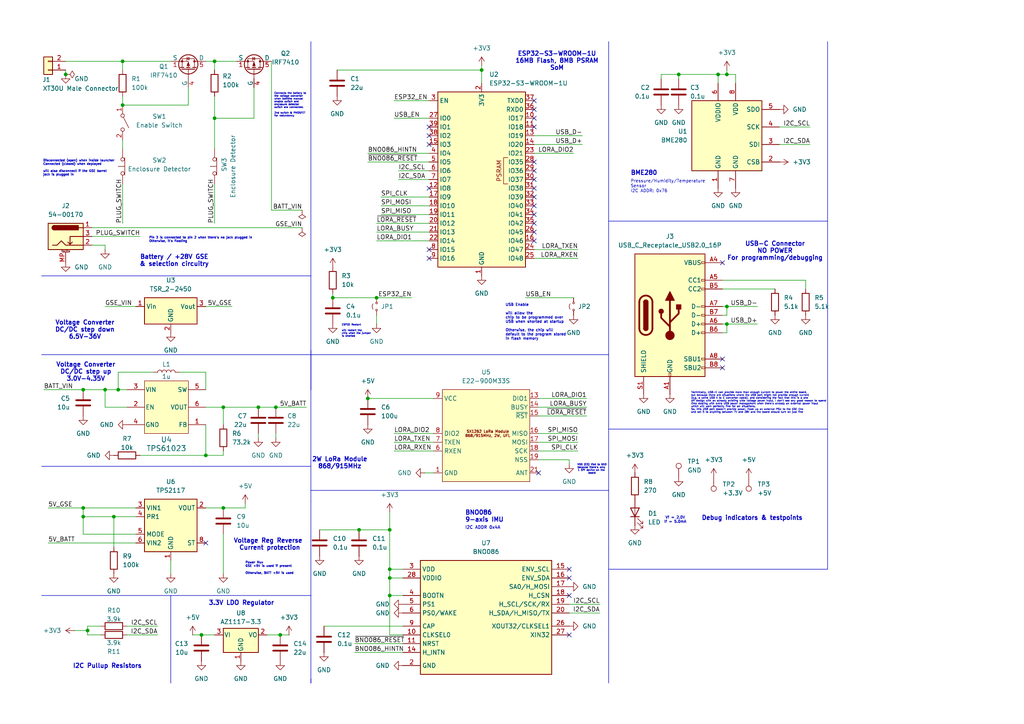
<source format=kicad_sch>
(kicad_sch (version 20231120) (generator "eeschema") (generator_version "8.0")
  (paper "A4")
  (title_block (date "2024-10-28") (rev "V1"))
  (junction (at 19.05 21.59))
  (junction (at 113.03 172.72))
  (junction (at 81.28 184.15))
  (junction (at 30.48 113.03))
  (junction (at 64.77 118.11))
  (junction (at 34.29 113.03))
  (junction (at 59.69 132.08))
  (junction (at 74.93 118.11))
  (junction (at 58.42 184.15))
  (junction (at 24.13 113.03))
  (junction (at 24.13 147.32))
  (junction (at 113.03 153.67))
  (junction (at 96.52 86.36))
  (junction (at 196.85 21.59))
  (junction (at 24.13 149.86))
  (junction (at 210.82 21.59))
  (junction (at 35.56 17.78))
  (junction (at 210.82 88.9))
  (junction (at 62.23 34.29))
  (junction (at 64.77 147.32))
  (junction (at 113.03 167.64))
  (junction (at 106.68 115.57))
  (junction (at 35.56 30.48))
  (junction (at 109.22 86.36))
  (junction (at 113.03 165.1))
  (junction (at 139.7 20.32))
  (junction (at 104.14 153.67))
  (junction (at 25.4 182.88))
  (junction (at 62.23 17.78))
  (junction (at 80.01 118.11))
  (junction (at 33.02 149.86))
  (junction (at 210.82 93.98))
  (junction (at 208.28 21.59))
  (no_connect (at 154.94 52.07))
  (no_connect (at 124.46 54.61))
  (no_connect (at 154.94 57.15))
  (no_connect (at 156.21 137.16))
  (no_connect (at 209.55 106.68))
  (no_connect (at 124.46 74.93))
  (no_connect (at 154.94 31.75))
  (no_connect (at 154.94 54.61))
  (no_connect (at 124.46 41.91))
  (no_connect (at 154.94 67.31))
  (no_connect (at 154.94 29.21))
  (no_connect (at 124.46 36.83))
  (no_connect (at 154.94 59.69))
  (no_connect (at 154.94 69.85))
  (no_connect (at 154.94 36.83))
  (no_connect (at 154.94 46.99))
  (no_connect (at 154.94 49.53))
  (no_connect (at 154.94 64.77))
  (no_connect (at 165.1 172.72))
  (no_connect (at 124.46 72.39))
  (no_connect (at 154.94 62.23))
  (no_connect (at 154.94 34.29))
  (no_connect (at 165.1 165.1))
  (no_connect (at 59.69 157.48))
  (no_connect (at 209.55 104.14))
  (no_connect (at 209.55 76.2))
  (no_connect (at 124.46 39.37))
  (no_connect (at 165.1 167.64))
  (no_connect (at 165.1 184.15))
  (wire (pts (xy 213.36 24.13) (xy 213.36 21.59)))
  (wire (pts (xy 34.29 113.03) (xy 36.83 113.03)))
  (wire (pts (xy 71.12 147.32) (xy 71.12 146.05)))
  (wire (pts (xy 24.13 113.03) (xy 30.48 113.03)))
  (wire (pts (xy 87.63 60.96) (xy 78.74 60.96)))
  (wire (pts (xy 139.7 19.05) (xy 139.7 20.32)))
  (wire (pts (xy 78.74 17.78) (xy 78.74 60.96)))
  (wire (pts (xy 59.69 118.11) (xy 64.77 118.11)))
  (wire (pts (xy 36.83 184.15) (xy 45.72 184.15)))
  (wire (pts (xy 26.67 66.04) (xy 87.63 66.04)))
  (wire (pts (xy 93.98 181.61) (xy 116.84 181.61)))
  (wire (pts (xy 73.66 25.4) (xy 73.66 34.29)))
  (wire (pts (xy 24.13 149.86) (xy 24.13 147.32)))
  (wire (pts (xy 196.85 22.86) (xy 196.85 21.59)))
  (wire (pts (xy 36.83 181.61) (xy 45.72 181.61)))
  (wire (pts (xy 64.77 166.37) (xy 64.77 154.94)))
  (wire (pts (xy 209.55 91.44) (xy 210.82 91.44)))
  (wire (pts (xy 110.49 59.69) (xy 124.46 59.69)))
  (wire (pts (xy 29.21 184.15) (xy 25.4 184.15)))
  (wire (pts (xy 156.21 115.57) (xy 170.18 115.57)))
  (wire (pts (xy 156.21 120.65) (xy 170.18 120.65)))
  (wire (pts (xy 35.56 17.78) (xy 35.56 20.32)))
  (wire (pts (xy 59.69 88.9) (xy 67.31 88.9)))
  (wire (pts (xy 208.28 21.59) (xy 208.28 24.13)))
  (wire (pts (xy 156.21 133.35) (xy 165.1 133.35)))
  (wire (pts (xy 102.87 186.69) (xy 116.84 186.69)))
  (wire (pts (xy 104.14 153.67) (xy 113.03 153.67)))
  (wire (pts (xy 92.71 153.67) (xy 104.14 153.67)))
  (wire (pts (xy 191.77 21.59) (xy 196.85 21.59)))
  (wire (pts (xy 109.22 69.85) (xy 124.46 69.85)))
  (wire (pts (xy 19.05 20.32) (xy 19.05 21.59)))
  (wire (pts (xy 62.23 43.18) (xy 62.23 34.29)))
  (wire (pts (xy 110.49 57.15) (xy 124.46 57.15)))
  (polyline (pts (xy 90.17 198.12) (xy 90.17 196.85)))
  (wire (pts (xy 154.94 72.39) (xy 167.64 72.39)))
  (wire (pts (xy 34.29 107.95) (xy 34.29 113.03)))
  (wire (pts (xy 209.55 96.52) (xy 210.82 96.52)))
  (wire (pts (xy 13.97 147.32) (xy 24.13 147.32)))
  (wire (pts (xy 210.82 88.9) (xy 219.71 88.9)))
  (wire (pts (xy 233.68 81.28) (xy 209.55 81.28)))
  (polyline (pts (xy 240.03 64.135) (xy 240.03 124.46)))
  (wire (pts (xy 35.56 30.48) (xy 54.61 30.48)))
  (wire (pts (xy 210.82 20.32) (xy 210.82 21.59)))
  (wire (pts (xy 13.97 157.48) (xy 39.37 157.48)))
  (wire (pts (xy 30.48 118.11) (xy 30.48 113.03)))
  (polyline (pts (xy 90.17 198.12) (xy 90.17 172.72)))
  (wire (pts (xy 114.3 128.27) (xy 125.73 128.27)))
  (wire (pts (xy 80.01 118.11) (xy 88.9 118.11)))
  (wire (pts (xy 30.48 88.9) (xy 39.37 88.9)))
  (wire (pts (xy 55.88 184.15) (xy 58.42 184.15)))
  (wire (pts (xy 209.55 83.82) (xy 224.79 83.82)))
  (wire (pts (xy 210.82 96.52) (xy 210.82 93.98)))
  (polyline (pts (xy 49.53 172.72) (xy 49.53 198.12)))
  (polyline (pts (xy 90.17 135.255) (xy 12.065 135.255)))
  (wire (pts (xy 24.13 149.86) (xy 33.02 149.86)))
  (wire (pts (xy 114.3 34.29) (xy 124.46 34.29)))
  (wire (pts (xy 54.61 25.4) (xy 54.61 30.48)))
  (wire (pts (xy 96.52 86.36) (xy 109.22 86.36)))
  (wire (pts (xy 165.1 175.26) (xy 173.99 175.26)))
  (polyline (pts (xy 176.53 64.135) (xy 240.03 64.135)))
  (wire (pts (xy 210.82 93.98) (xy 209.55 93.98)))
  (polyline (pts (xy 90.17 80.01) (xy 12.065 80.01)))
  (wire (pts (xy 64.77 123.19) (xy 64.77 118.11)))
  (wire (pts (xy 26.67 71.12) (xy 30.48 71.12)))
  (wire (pts (xy 106.68 115.57) (xy 125.73 115.57)))
  (wire (pts (xy 35.56 53.34) (xy 35.56 64.77)))
  (wire (pts (xy 97.79 20.32) (xy 139.7 20.32)))
  (polyline (pts (xy 12.065 102.87) (xy 90.17 102.87)))
  (wire (pts (xy 62.23 34.29) (xy 73.66 34.29)))
  (wire (pts (xy 77.47 184.15) (xy 81.28 184.15)))
  (wire (pts (xy 154.94 39.37) (xy 168.91 39.37)))
  (wire (pts (xy 30.48 113.03) (xy 34.29 113.03)))
  (wire (pts (xy 226.06 36.83) (xy 234.95 36.83)))
  (polyline (pts (xy 176.53 124.46) (xy 240.03 124.46)))
  (wire (pts (xy 210.82 21.59) (xy 208.28 21.59)))
  (wire (pts (xy 109.22 91.44) (xy 109.22 93.98)))
  (wire (pts (xy 74.93 125.73) (xy 74.93 127)))
  (wire (pts (xy 74.93 118.11) (xy 80.01 118.11)))
  (polyline (pts (xy 176.53 142.24) (xy 90.17 142.24)))
  (polyline (pts (xy 12.065 172.72) (xy 90.17 172.72)))
  (wire (pts (xy 35.56 17.78) (xy 49.53 17.78)))
  (wire (pts (xy 154.94 44.45) (xy 166.37 44.45)))
  (wire (pts (xy 210.82 93.98) (xy 219.71 93.98)))
  (polyline (pts (xy 90.17 113.03) (xy 90.17 101.6)))
  (wire (pts (xy 106.68 46.99) (xy 124.46 46.99)))
  (wire (pts (xy 58.42 184.15) (xy 62.23 184.15)))
  (wire (pts (xy 110.49 62.23) (xy 124.46 62.23)))
  (polyline (pts (xy 90.17 12.065) (xy 90.17 80.01)))
  (wire (pts (xy 109.22 64.77) (xy 124.46 64.77)))
  (wire (pts (xy 24.13 147.32) (xy 39.37 147.32)))
  (polyline (pts (xy 240.03 165.1) (xy 176.53 165.1)))
  (wire (pts (xy 109.22 86.36) (xy 119.38 86.36)))
  (polyline (pts (xy 90.17 113.03) (xy 90.17 145.415)))
  (wire (pts (xy 233.68 83.82) (xy 233.68 81.28)))
  (wire (pts (xy 64.77 118.11) (xy 74.93 118.11)))
  (wire (pts (xy 165.1 133.35) (xy 165.1 134.62)))
  (wire (pts (xy 25.4 182.88) (xy 25.4 181.61)))
  (wire (pts (xy 24.13 154.94) (xy 24.13 149.86)))
  (wire (pts (xy 64.77 147.32) (xy 71.12 147.32)))
  (wire (pts (xy 39.37 154.94) (xy 24.13 154.94)))
  (wire (pts (xy 59.69 123.19) (xy 59.69 132.08)))
  (wire (pts (xy 113.03 165.1) (xy 116.84 165.1)))
  (polyline (pts (xy 176.53 158.75) (xy 176.53 142.24)))
  (wire (pts (xy 156.21 130.81) (xy 167.64 130.81)))
  (wire (pts (xy 64.77 132.08) (xy 59.69 132.08)))
  (wire (pts (xy 152.4 86.36) (xy 166.37 86.36)))
  (wire (pts (xy 64.77 132.08) (xy 64.77 130.81)))
  (wire (pts (xy 44.45 107.95) (xy 34.29 107.95)))
  (wire (pts (xy 213.36 21.59) (xy 210.82 21.59)))
  (wire (pts (xy 114.3 125.73) (xy 125.73 125.73)))
  (wire (pts (xy 109.22 67.31) (xy 124.46 67.31)))
  (wire (pts (xy 33.02 149.86) (xy 39.37 149.86)))
  (wire (pts (xy 26.67 68.58) (xy 40.64 68.58)))
  (wire (pts (xy 25.4 184.15) (xy 25.4 182.88)))
  (wire (pts (xy 59.69 107.95) (xy 59.69 113.03)))
  (wire (pts (xy 165.1 177.8) (xy 173.99 177.8)))
  (wire (pts (xy 209.55 88.9) (xy 210.82 88.9)))
  (wire (pts (xy 30.48 71.12) (xy 30.48 72.39)))
  (wire (pts (xy 52.07 107.95) (xy 59.69 107.95)))
  (polyline (pts (xy 90.17 102.87) (xy 176.53 102.87)))
  (wire (pts (xy 156.21 128.27) (xy 167.64 128.27)))
  (wire (pts (xy 62.23 17.78) (xy 59.69 17.78)))
  (wire (pts (xy 113.03 167.64) (xy 116.84 167.64)))
  (wire (pts (xy 113.03 184.15) (xy 113.03 172.72)))
  (wire (pts (xy 154.94 41.91) (xy 168.91 41.91)))
  (polyline (pts (xy 176.53 12.065) (xy 176.53 142.24)))
  (wire (pts (xy 21.59 182.88) (xy 25.4 182.88)))
  (wire (pts (xy 113.03 148.59) (xy 113.03 153.67)))
  (wire (pts (xy 196.85 21.59) (xy 208.28 21.59)))
  (wire (pts (xy 123.19 137.16) (xy 125.73 137.16)))
  (wire (pts (xy 102.87 189.23) (xy 116.84 189.23)))
  (wire (pts (xy 154.94 74.93) (xy 167.64 74.93)))
  (wire (pts (xy 62.23 53.34) (xy 62.23 64.77)))
  (wire (pts (xy 35.56 40.64) (xy 35.56 43.18)))
  (wire (pts (xy 80.01 125.73) (xy 80.01 127)))
  (wire (pts (xy 210.82 91.44) (xy 210.82 88.9)))
  (wire (pts (xy 115.57 52.07) (xy 124.46 52.07)))
  (wire (pts (xy 114.3 29.21) (xy 124.46 29.21)))
  (wire (pts (xy 139.7 20.32) (xy 139.7 24.13)))
  (wire (pts (xy 49.53 166.37) (xy 49.53 162.56)))
  (wire (pts (xy 62.23 17.78) (xy 68.58 17.78)))
  (wire (pts (xy 114.3 130.81) (xy 125.73 130.81)))
  (wire (pts (xy 226.06 41.91) (xy 234.95 41.91)))
  (polyline (pts (xy 240.03 64.135) (xy 240.03 12.065)))
  (wire (pts (xy 113.03 172.72) (xy 113.03 167.64)))
  (polyline (pts (xy 90.17 80.01) (xy 90.17 113.03)))
  (wire (pts (xy 12.7 113.03) (xy 24.13 113.03)))
  (wire (pts (xy 35.56 27.94) (xy 35.56 30.48)))
  (wire (pts (xy 33.02 149.86) (xy 33.02 158.75)))
  (wire (pts (xy 96.52 85.09) (xy 96.52 86.36)))
  (wire (pts (xy 156.21 125.73) (xy 167.64 125.73)))
  (wire (pts (xy 106.68 44.45) (xy 124.46 44.45)))
  (wire (pts (xy 59.69 132.08) (xy 40.64 132.08)))
  (wire (pts (xy 19.05 17.78) (xy 35.56 17.78)))
  (wire (pts (xy 36.83 118.11) (xy 30.48 118.11)))
  (wire (pts (xy 191.77 22.86) (xy 191.77 21.59)))
  (wire (pts (xy 62.23 20.32) (xy 62.23 17.78)))
  (wire (pts (xy 156.21 118.11) (xy 170.18 118.11)))
  (wire (pts (xy 113.03 167.64) (xy 113.03 165.1)))
  (wire (pts (xy 25.4 181.61) (xy 29.21 181.61)))
  (polyline (pts (xy 240.03 124.46) (xy 240.03 165.1)))
  (wire (pts (xy 113.03 172.72) (xy 116.84 172.72)))
  (wire (pts (xy 81.28 184.15) (xy 83.82 184.15)))
  (polyline (pts (xy 90.17 145.415) (xy 90.17 172.72)))
  (wire (pts (xy 113.03 153.67) (xy 113.03 165.1)))
  (wire (pts (xy 116.84 184.15) (xy 113.03 184.15)))
  (wire (pts (xy 62.23 27.94) (xy 62.23 34.29)))
  (wire (pts (xy 59.69 147.32) (xy 64.77 147.32)))
  (wire (pts (xy 115.57 49.53) (xy 124.46 49.53)))
  (polyline (pts (xy 176.53 198.12) (xy 176.53 158.75)))
  (text "Power Mux\nGSE +5V is used if present\n\nOtherwise, BATT +5V is used" (at 71.12 164.846 0) (effects (font (size 0.635 0.635)) (justify left)))
  (text "I2C ADDR 0x4A" (at 134.874 153.162 0) (effects (font (size 0.889 0.889)) (justify left)))
  (text "Vf = 2.0V\nIf = 5.0mA" (at 195.834 150.876 0) (effects (font (size 0.762 0.762))))
  (text "Pressure/Humidity/Temperature\nSensor\nI2C ADDR: 0x76" (at 182.88 54.102 0) (effects (font (size 0.889 0.889) (thickness 0.1111)) (justify left)))
  (text "3.3V LDO Regulator" (at 60.452 175.006 0) (effects (font (size 1.27 1.27) (thickness 0.254) (bold yes)) (justify left)))
  (text "I2C Pullup Resistors" (at 21.082 193.294 0) (effects (font (size 1.27 1.27) (thickness 0.254) (bold yes)) (justify left)))
  (text "Voltage Converter\nDC/DC step down\n6.5V-36V" (at 24.638 95.758 0) (effects (font (size 1.27 1.27) (thickness 0.254) (bold yes))))
  (text "Disconnected (open) when inside launcher\nConnected (closed) when deployed\n\nwill also disconnect if the GSE barrel \njack is plugged in" (at 12.446 48.768 0) (effects (font (size 0.635 0.635)) (justify left)))
  (text "Battery / +28V GSE\n& selection circuitry" (at 50.546 75.692 0) (effects (font (size 1.27 1.27) (thickness 0.254) (bold yes))))
  (text "Connects the battery to \nthe voltage converter \nwhen boththe manual \nenable switch and \nenclosure detector \nswitch are connected.\n\n2nd switch & PMOSFET\nfor redundency" (at 79.502 30.48 0) (effects (font (size 0.508 0.508)) (justify left)))
  (text "Voltage Reg Reverse \nCurrent protection" (at 78.232 157.988 0) (effects (font (size 1.27 1.27) (thickness 0.254) (bold yes))))
  (text "ESP32 Restart\n\nwill restart the \nchip when the jumper \nis shorted" (at 99.06 96.012 0) (effects (font (size 0.508 0.508)) (justify left)))
  (text "BNO086\n9-axis IMU" (at 134.874 149.86 0) (effects (font (size 1.27 1.27) (thickness 0.254) (bold yes)) (justify left)))
  (text "USB-C Connector\nNO POWER\nFor programming/debugging" (at 224.79 72.898 0) (effects (font (size 1.27 1.27) (thickness 0.254) (bold yes))))
  (text "BME280" (at 182.88 50.292 0) (effects (font (size 1.27 1.27) (thickness 0.254) (bold yes)) (justify left)))
  (text "NSS (CS) tied to GND\nbecause there's only \n1 SPI device on the \nboard" (at 171.704 136.144 0) (effects (font (size 0.508 0.508))))
  (text "ESP32-S3-WROOM-1U\n16MB Flash, 8MB PSRAM\nSoM" (at 161.544 17.78 0) (effects (font (size 1.27 1.27) (thickness 0.254) (bold yes))))
  (text "Debug indicators & testpoints" (at 203.454 150.368 0) (effects (font (size 1.27 1.27) (thickness 0.254) (bold yes)) (justify left)))
  (text "2W LoRa Module\n868/915MHz" (at 98.552 134.366 0) (effects (font (size 1.27 1.27) (thickness 0.254) (bold yes))))
  (text "Pin 3 is connected to pin 2 when there's no jack plugged in\nOtherwise, it's floating" (at 43.18 69.596 0) (effects (font (size 0.635 0.635)) (justify left)))
  (text "Voltage Converter\nDC/DC step up\n3.0V-4.35V" (at 24.892 107.95 0) (effects (font (size 1.27 1.27) (thickness 0.254) (bold yes))))
  (text "USB Enable\n\nwill allow the\nchip to be programmed over \nUSB when shorted at startup\n\nOtherwise, the chip will \ndefault to the program stored\nin flash memory" (at 146.558 93.472 0) (effects (font (size 0.762 0.762)) (justify left)))
  (text "Technically, USB-C can provide more than enough current to power the entire board,\nbut because there are situations where the USB port might not provide enough current\n(e.g. a weird USB A to C converter cable), and considering the fact that this is a one\noff design with an already existing wide voltage power input, I don't see any good reason to spend\ntime dealing with extra USB power management when there's already an external power input \nwhich will work perfectly fine for all situations. \nSo, this USB port doesn't provide power. Hook up an external PSU to the GSE line\nand set it to anything between 7V and 28V and the board should turn on just fine" (at 200.406 116.84 0) (effects (font (size 0.508 0.508) (thickness 0.1111)) (justify left)))
  (label "~{BNO086_RESET}" (at 106.68 46.99 0))
  (label "I2C_SCL" (at 234.95 36.83 180))
  (label "LORA_RXEN" (at 167.64 74.93 180))
  (label "LORA_DIO2" (at 114.3 125.73 0))
  (label "LORA_BUSY" (at 109.22 67.31 0))
  (label "PLUG_SWITCH" (at 40.64 68.58 180))
  (label "I2C_SCL" (at 173.99 175.26 180))
  (label "PLUG_SWITCH" (at 35.56 64.77 90))
  (label "I2C_SDA" (at 234.95 41.91 180))
  (label "USB_D-" (at 168.91 39.37 180))
  (label "GSE_VIN" (at 87.63 66.04 180))
  (label "SPI_CLK" (at 110.49 57.15 0))
  (label "I2C_SDA" (at 45.72 184.15 180))
  (label "BATT_VIN" (at 87.63 60.96 180))
  (label "USB_EN" (at 114.3 34.29 0))
  (label "LORA_RXEN" (at 114.3 130.81 0))
  (label "SPI_MISO" (at 110.49 62.23 0))
  (label "USB_D-" (at 219.71 88.9 180))
  (label "I2C_SDA" (at 173.99 177.8 180))
  (label "I2C_SCL" (at 115.57 49.53 0))
  (label "LORA_DIO2" (at 166.37 44.45 180))
  (label "I2C_SDA" (at 115.57 52.07 0))
  (label "SPI_MOSI" (at 167.64 128.27 180))
  (label "I2C_SCL" (at 45.72 181.61 180))
  (label "USB_D+" (at 168.91 41.91 180))
  (label "~{LORA_RESET}" (at 109.22 64.77 0))
  (label "SPI_MISO" (at 167.64 125.73 180))
  (label "5V_GSE" (at 13.97 147.32 0))
  (label "5V_GSE" (at 67.31 88.9 180))
  (label "BNO086_HINTN" (at 106.68 44.45 0))
  (label "LORA_DIO1" (at 109.22 69.85 0))
  (label "USB_EN" (at 152.4 86.36 0))
  (label "USB_D+" (at 219.71 93.98 180))
  (label "5V_BATT" (at 13.97 157.48 0))
  (label "~{LORA_RESET}" (at 170.18 120.65 180))
  (label "LORA_TXEN" (at 114.3 128.27 0))
  (label "ESP32_EN" (at 114.3 29.21 0))
  (label "5V_BATT" (at 88.9 118.11 180))
  (label "SPI_MOSI" (at 110.49 59.69 0))
  (label "ESP32_EN" (at 119.38 86.36 180))
  (label "LORA_BUSY" (at 170.18 118.11 180))
  (label "LORA_DIO1" (at 170.18 115.57 180))
  (label "SPI_CLK" (at 167.64 130.81 180))
  (label "BATT_VIN" (at 12.7 113.03 0))
  (label "LORA_TXEN" (at 167.64 72.39 180))
  (label "BNO086_HINTN" (at 102.87 189.23 0))
  (label "PLUG_SWITCH" (at 62.23 64.77 90))
  (label "~{BNO086_RESET}" (at 102.87 186.69 0))
  (label "GSE_VIN" (at 30.48 88.9 0))
  (symbol (lib_id "power:GND") (at 165.1 134.62 0) (unit 1)
    (property "Reference" "#PWR031" (effects (hide yes)))
    (property "Value" "GND" (at 165.1 139.7 0))
    (property "Description" "Power symbol creates a global label with name \"GND\" , ground" (effects (hide yes)))
  )
  (symbol (lib_id "Device:C") (at 96.52 90.17 0) (unit 1)
    (property "Reference" "C4" (at 100.33 88.8999 0) (effects (justify left)))
    (property "Value" "0.1u" (at 100.33 91.4399 0) (effects (justify left)))
    (property "Footprint" "Capacitor_SMD:C_0603_1608Metric_Pad1.08x0.95mm_HandSolder" (effects (hide yes)))
    (property "Description" "Unpolarized capacitor" (effects (hide yes)))
  )
  (symbol (lib_id "power:GND") (at 116.84 175.26 270) (unit 1)
    (property "Reference" "#PWR045" (effects (hide yes)))
    (property "Value" "GND" (at 113.03 175.2599 90) (effects (justify right)))
    (property "Description" "Power symbol creates a global label with name \"GND\" , ground" (effects (hide yes)))
  )
  (symbol (lib_id "KRUPS-FemtoSat:BNO086") (at 116.84 165.1 0) (unit 1)
    (property "Reference" "U7" (at 140.97 157.48 0))
    (property "Value" "BNO086" (at 140.97 160.02 0))
    (property "Footprint" "Package_LGA:LGA-28_5.2x3.8mm_P0.5mm" (effects (hide yes)))
    (property "Datasheet" "https://www.mouser.com/ProductDetail/CEVA/BNO086?qs=ulEaXIWI0c%2FqTo1scjodAw%3D%3D" (effects (hide yes)))
    (property "Description" "Accelerometer, Gyroscope, Magnetometer, Temperature, 9 Axis Sensor IC, SPI Output" (effects (hide yes)))
    (property "Height" "1.18" (effects (hide yes)))
    (property "Manufacturer_Name" "CEVA" (effects (hide yes)))
    (property "Manufacturer_Part_Number" "BNO086" (effects (hide yes)))
    (property "Mouser Part Number" "526-BNO086" (effects (hide yes)))
    (property "Mouser Price/Stock" "https://www.mouser.co.uk/ProductDetail/CEVA/BNO086?qs=ulEaXIWI0c%2FqTo1scjodAw%3D%3D" (effects (hide yes)))
  )
  (symbol (lib_id "power:+3V3") (at 139.7 19.05 0) (unit 1)
    (property "Reference" "#PWR01" (effects (hide yes)))
    (property "Value" "+3V3" (at 139.7 13.97 0))
    (property "Description" "Power symbol creates a global label with name \"+3V3\"" (effects (hide yes)))
  )
  (symbol (lib_id "Device:R") (at 33.02 184.15 270) (unit 1)
    (property "Reference" "R11" (at 33.02 188.976 90))
    (property "Value" "3.9k" (at 33.02 186.436 90))
    (property "Footprint" "Resistor_SMD:R_0603_1608Metric_Pad0.98x0.95mm_HandSolder" (effects (hide yes)))
    (property "Description" "Resistor" (effects (hide yes)))
  )
  (symbol (lib_id "power:GND") (at 69.85 191.77 0) (unit 1)
    (property "Reference" "#PWR053" (effects (hide yes)))
    (property "Value" "GND" (at 69.85 196.85 0))
    (property "Description" "Power symbol creates a global label with name \"GND\" , ground" (effects (hide yes)))
  )
  (symbol (lib_id "power:GND") (at 93.98 189.23 0) (unit 1)
    (property "Reference" "#PWR051" (effects (hide yes)))
    (property "Value" "GND" (at 93.98 194.31 0))
    (property "Description" "Power symbol creates a global label with name \"GND\" , ground" (effects (hide yes)))
  )
  (symbol (lib_id "power:GND") (at 36.83 123.19 270) (unit 1)
    (property "Reference" "#PWR025" (effects (hide yes)))
    (property "Value" "GND" (at 33.02 123.1899 90) (effects (justify right)))
    (property "Description" "Power symbol creates a global label with name \"GND\" , ground" (effects (hide yes)))
  )
  (symbol (lib_id "Device:C") (at 196.85 26.67 0) (unit 1)
    (property "Reference" "C3" (at 200.152 25.4 0) (effects (justify left)))
    (property "Value" "0.1u" (at 200.152 27.94 0) (effects (justify left)))
    (property "Footprint" "Capacitor_SMD:C_0603_1608Metric_Pad1.08x0.95mm_HandSolder" (effects (hide yes)))
    (property "Description" "Unpolarized capacitor" (effects (hide yes)))
  )
  (symbol (lib_id "power:GND") (at 33.02 166.37 0) (unit 1)
    (property "Reference" "#PWR041" (effects (hide yes)))
    (property "Value" "GND" (at 33.02 171.45 0))
    (property "Description" "Power symbol creates a global label with name \"GND\" , ground" (effects (hide yes)))
  )
  (symbol (lib_id "power:+3V3") (at 210.82 20.32 0) (unit 1)
    (property "Reference" "#PWR02" (effects (hide yes)))
    (property "Value" "+3V3" (at 210.82 15.24 0))
    (property "Description" "Power symbol creates a global label with name \"+3V3\"" (effects (hide yes)))
  )
  (symbol (lib_id "Connector:TestPoint") (at 196.85 138.43 0) (unit 1) (in_bom no)
    (property "Reference" "TP1" (at 199.39 133.8579 0) (effects (justify left)))
    (property "Value" "GND" (at 199.39 136.3979 0) (effects (justify left)))
    (property "Footprint" "TestPoint:TestPoint_Pad_1.5x1.5mm" (effects (hide yes)))
    (property "Description" "test point" (effects (hide yes)))
  )
  (symbol (lib_id "power:+5V") (at 217.17 138.43 0) (unit 1)
    (property "Reference" "#PWR034" (effects (hide yes)))
    (property "Value" "+5V" (at 217.17 133.35 0))
    (property "Description" "Power symbol creates a global label with name \"+5V\"" (effects (hide yes)))
  )
  (symbol (lib_id "Device:C") (at 58.42 187.96 0) (mirror y) (unit 1)
    (property "Reference" "C13" (at 54.61 186.6899 0) (effects (justify left)))
    (property "Value" "10u" (at 54.61 189.2299 0) (effects (justify left)))
    (property "Footprint" "Capacitor_SMD:C_0805_2012Metric_Pad1.18x1.45mm_HandSolder" (effects (hide yes)))
    (property "Description" "Unpolarized capacitor" (effects (hide yes)))
  )
  (symbol (lib_id "power:GND") (at 19.05 76.2 0) (unit 1)
    (property "Reference" "#PWR012" (effects (hide yes)))
    (property "Value" "GND" (at 21.59 77.4699 0) (effects (justify left)))
    (property "Description" "Power symbol creates a global label with name \"GND\" , ground" (effects (hide yes)))
  )
  (symbol (lib_id "power:PWR_FLAG") (at 87.63 66.04 180) (unit 1)
    (property "Reference" "#FLG03" (effects (hide yes)))
    (property "Value" "PWR_FLAG" (effects (hide yes)))
    (property "Description" "Special symbol for telling ERC where power comes from" (effects (hide yes)))
  )
  (symbol (lib_id "power:PWR_FLAG") (at 87.63 60.96 180) (unit 1)
    (property "Reference" "#FLG02" (effects (hide yes)))
    (property "Value" "PWR_FLAG" (effects (hide yes)))
    (property "Description" "Special symbol for telling ERC where power comes from" (effects (hide yes)))
  )
  (symbol (lib_id "Device:C") (at 81.28 187.96 0) (unit 1)
    (property "Reference" "C14" (at 85.09 186.6899 0) (effects (justify left)))
    (property "Value" "22u" (at 85.09 189.2299 0) (effects (justify left)))
    (property "Footprint" "Capacitor_SMD:C_0805_2012Metric_Pad1.18x1.45mm_HandSolder" (effects (hide yes)))
    (property "Description" "Unpolarized capacitor" (effects (hide yes)))
  )
  (symbol (lib_id "power:GND") (at 49.53 96.52 0) (unit 1)
    (property "Reference" "#PWR020" (effects (hide yes)))
    (property "Value" "GND" (at 49.53 101.6 0))
    (property "Description" "Power symbol creates a global label with name \"GND\" , ground" (effects (hide yes)))
  )
  (symbol (lib_id "power:+3V3") (at 83.82 184.15 0) (unit 1)
    (property "Reference" "#PWR050" (effects (hide yes)))
    (property "Value" "+3V3" (at 83.82 179.07 0))
    (property "Description" "Power symbol creates a global label with name \"+3V3\"" (effects (hide yes)))
  )
  (symbol (lib_id "Switch:SW_Push_Open") (at 62.23 48.26 90) (unit 1)
    (property "Reference" "SW3" (at 65.024 47.752 0))
    (property "Value" "Enclosure Detector" (at 67.564 48.26 0))
    (property "Footprint" "KRUPS-FemtoSat:LC1258OANP" (effects (hide yes)))
    (property "Description" "Push button switch, push-to-open, generic, two pins" (effects (hide yes)))
  )
  (symbol (lib_id "Device:C") (at 64.77 151.13 0) (unit 1)
    (property "Reference" "C9" (at 68.58 149.8599 0) (effects (justify left)))
    (property "Value" "10u" (at 68.58 152.3999 0) (effects (justify left)))
    (property "Footprint" "Capacitor_SMD:C_0805_2012Metric_Pad1.18x1.45mm_HandSolder" (effects (hide yes)))
    (property "Description" "Unpolarized capacitor" (effects (hide yes)))
  )
  (symbol (lib_id "Device:R") (at 35.56 24.13 0) (unit 1)
    (property "Reference" "R1" (at 38.1 22.8599 0) (effects (justify left)))
    (property "Value" "100k" (at 38.1 25.3999 0) (effects (justify left)))
    (property "Footprint" "Resistor_SMD:R_0603_1608Metric_Pad0.98x0.95mm_HandSolder" (effects (hide yes)))
    (property "Description" "Resistor" (effects (hide yes)))
  )
  (symbol (lib_id "power:GND") (at 233.68 91.44 0) (unit 1)
    (property "Reference" "#PWR017" (effects (hide yes)))
    (property "Value" "GND" (at 233.68 96.52 0))
    (property "Description" "Power symbol creates a global label with name \"GND\" , ground" (effects (hide yes)))
  )
  (symbol (lib_id "power:GND") (at 191.77 30.48 0) (unit 1)
    (property "Reference" "#PWR05" (effects (hide yes)))
    (property "Value" "GND" (at 191.77 35.56 0))
    (property "Description" "Power symbol creates a global label with name \"GND\" , ground" (effects (hide yes)))
  )
  (symbol (lib_id "power:GND") (at 139.7 80.01 0) (unit 1)
    (property "Reference" "#PWR014" (effects (hide yes)))
    (property "Value" "GND" (at 139.7 85.09 0))
    (property "Description" "Power symbol creates a global label with name \"GND\" , ground" (effects (hide yes)))
  )
  (symbol (lib_id "Connector:USB_C_Receptacle_USB2.0_16P") (at 194.31 91.44 0) (unit 1)
    (property "Reference" "J3" (at 194.31 68.58 0))
    (property "Value" "USB_C_Receptacle_USB2.0_16P" (at 194.31 71.12 0))
    (property "Footprint" "Connector_USB:USB_C_Receptacle_GCT_USB4110" (effects (hide yes)))
    (property "Datasheet" "https://www.usb.org/sites/default/files/documents/usb_type-c.zip" (effects (hide yes)))
    (property "Description" "USB 2.0-only 16P Type-C Receptacle connector" (effects (hide yes)))
  )
  (symbol (lib_id "Power_Management:TPS2116DRL") (at 49.53 152.4 0) (unit 1)
    (property "Reference" "U6" (at 49.53 139.7 0))
    (property "Value" "TPS2117" (at 49.53 142.24 0))
    (property "Footprint" "Package_TO_SOT_SMD:SOT-583-8" (effects (hide yes)))
    (property "Datasheet" "https://www.ti.com/lit/ds/symlink/tps2116.pdf" (effects (hide yes)))
    (property "Description" "2 Channnels Power Mux with Manual and Priority Switchover, 1.6-5.5V Input Voltage, 2.5A Output Current, Ron 40 mOhm, SOT-583-8" (effects (hide yes)))
  )
  (symbol (lib_id "power:GND") (at 165.1 170.18 90) (unit 1)
    (property "Reference" "#PWR044" (effects (hide yes)))
    (property "Value" "GND" (at 168.91 170.1799 90) (effects (justify right)))
    (property "Description" "Power symbol creates a global label with name \"GND\" , ground" (effects (hide yes)))
  )
  (symbol (lib_id "Device:C") (at 93.98 185.42 0) (unit 1)
    (property "Reference" "C12" (at 97.79 184.1499 0) (effects (justify left)))
    (property "Value" "0.1u" (at 97.79 186.6899 0) (effects (justify left)))
    (property "Footprint" "Capacitor_SMD:C_0603_1608Metric_Pad1.08x0.95mm_HandSolder" (effects (hide yes)))
    (property "Description" "Unpolarized capacitor" (effects (hide yes)))
  )
  (symbol (lib_id "Jumper:Jumper_2_Small_Open") (at 166.37 88.9 90) (unit 1) (exclude_from_sim yes) (in_bom no)
    (property "Reference" "JP2" (at 167.64 88.9 90) (effects (justify right)))
    (property "Value" "Jumper_2_Small_Open" (effects (hide yes)))
    (property "Footprint" "TestPoint:TestPoint_2Pads_Pitch2.54mm_Drill0.8mm" (effects (hide yes)))
    (property "Description" "Jumper, 2-pole, small symbol, open" (effects (hide yes)))
  )
  (symbol (lib_id "Regulator_Linear:AZ1117-3.3") (at 69.85 184.15 0) (unit 1)
    (property "Reference" "U8" (at 69.85 177.8 0))
    (property "Value" "AZ1117-3.3" (at 69.85 180.34 0))
    (property "Footprint" "Package_TO_SOT_SMD:SOT-89-3_Handsoldering" (effects (hide yes)))
    (property "Datasheet" "https://www.diodes.com/assets/Datasheets/AZ1117.pdf" (effects (hide yes)))
    (property "Description" "1A 20V Fixed LDO Linear Regulator, 3.3V, SOT-89/SOT-223/TO-220/TO-252/TO-263" (effects (hide yes)))
  )
  (symbol (lib_id "power:GND") (at 166.37 91.44 0) (unit 1)
    (property "Reference" "#PWR015" (effects (hide yes)))
    (property "Value" "GND" (at 166.37 96.52 0))
    (property "Description" "Power symbol creates a global label with name \"GND\" , ground" (effects (hide yes)))
  )
  (symbol (lib_id "Device:C") (at 74.93 121.92 0) (mirror y) (unit 1)
    (property "Reference" "C7" (at 71.628 120.65 0) (effects (justify left)))
    (property "Value" "22u" (at 71.628 123.19 0) (effects (justify left)))
    (property "Footprint" "Capacitor_SMD:C_0805_2012Metric_Pad1.18x1.45mm_HandSolder" (effects (hide yes)))
    (property "Description" "Unpolarized capacitor" (effects (hide yes)))
  )
  (symbol (lib_id "Connector:TestPoint") (at 217.17 138.43 180) (unit 1) (in_bom no)
    (property "Reference" "TP3" (at 219.71 140.4619 0) (effects (justify right)))
    (property "Value" "+5V" (at 219.71 143.0019 0) (effects (justify right)))
    (property "Footprint" "TestPoint:TestPoint_Pad_1.5x1.5mm" (effects (hide yes)))
    (property "Description" "test point" (effects (hide yes)))
  )
  (symbol (lib_id "power:+5V") (at 106.68 115.57 0) (unit 1)
    (property "Reference" "#PWR023" (effects (hide yes)))
    (property "Value" "+5V" (at 106.68 110.49 0))
    (property "Description" "Power symbol creates a global label with name \"+5V\"" (effects (hide yes)))
  )
  (symbol (lib_id "power:GND") (at 104.14 161.29 0) (unit 1)
    (property "Reference" "#PWR040" (effects (hide yes)))
    (property "Value" "GND" (at 104.14 166.37 0))
    (property "Description" "Power symbol creates a global label with name \"GND\" , ground" (effects (hide yes)))
  )
  (symbol (lib_id "Device:R") (at 96.52 81.28 0) (unit 1)
    (property "Reference" "R3" (at 99.06 80.0099 0) (effects (justify left)))
    (property "Value" "10k" (at 99.06 82.5499 0) (effects (justify left)))
    (property "Footprint" "Resistor_SMD:R_0603_1608Metric_Pad0.98x0.95mm_HandSolder" (effects (hide yes)))
    (property "Description" "Resistor" (effects (hide yes)))
  )
  (symbol (lib_id "power:+3V3") (at 207.01 138.43 0) (unit 1)
    (property "Reference" "#PWR033" (effects (hide yes)))
    (property "Value" "+3V3" (at 207.01 133.35 0))
    (property "Description" "Power symbol creates a global label with name \"+3V3\"" (effects (hide yes)))
  )
  (symbol (lib_id "power:+3V3") (at 96.52 77.47 0) (unit 1)
    (property "Reference" "#PWR013" (effects (hide yes)))
    (property "Value" "+3V3" (at 96.52 72.39 0))
    (property "Description" "Power symbol creates a global label with name \"+3V3\"" (effects (hide yes)))
  )
  (symbol (lib_id "KRUPS-FemtoSat:E22-900M33S") (at 140.97 127 0) (unit 1)
    (property "Reference" "U5" (at 140.97 107.95 0))
    (property "Value" "E22-900M33S" (at 140.97 110.49 0))
    (property "Footprint" "KRUPS-FemtoSat:E22-XXXM33S" (effects (hide yes)))
  )
  (symbol (lib_id "Device:C") (at 97.79 24.13 0) (unit 1)
    (property "Reference" "C1" (at 101.6 22.8599 0) (effects (justify left)))
    (property "Value" "22u" (at 101.6 25.3999 0) (effects (justify left)))
    (property "Footprint" "Capacitor_SMD:C_0805_2012Metric_Pad1.18x1.45mm_HandSolder" (effects (hide yes)))
    (property "Description" "Unpolarized capacitor" (effects (hide yes)))
  )
  (symbol (lib_id "Switch:SW_SPST") (at 35.56 35.56 270) (unit 1)
    (property "Reference" "SW1" (at 46.228 33.782 90))
    (property "Value" "Enable Switch" (at 46.228 36.322 90))
    (property "Footprint" "Button_Switch_THT:SW_DIP_SPSTx01_Slide_6.7x4.1mm_W7.62mm_P2.54mm_LowProfile" (effects (hide yes)))
    (property "Description" "Single Pole Single Throw (SPST) switch" (effects (hide yes)))
  )
  (symbol (lib_id "KRUPS-FemtoSat:IRF7410") (at 73.66 20.32 270) (mirror x) (unit 1)
    (property "Reference" "Q2" (at 82.804 15.494 90))
    (property "Value" "IRF7410" (at 82.804 18.034 90))
    (property "Footprint" "Package_SO:SOIC-8_3.9x4.9mm_P1.27mm" (effects (hide yes)))
  )
  (symbol (lib_id "Connector:TestPoint") (at 207.01 138.43 180) (unit 1) (in_bom no)
    (property "Reference" "TP2" (at 209.55 140.4619 0) (effects (justify right)))
    (property "Value" "+3.3V" (at 209.55 143.0019 0) (effects (justify right)))
    (property "Footprint" "TestPoint:TestPoint_Pad_1.0x1.0mm" (effects (hide yes)))
    (property "Description" "test point" (effects (hide yes)))
  )
  (symbol (lib_id "power:GND") (at 165.1 181.61 90) (unit 1)
    (property "Reference" "#PWR047" (effects (hide yes)))
    (property "Value" "GND" (at 168.91 181.6099 90) (effects (justify right)))
    (property "Description" "Power symbol creates a global label with name \"GND\" , ground" (effects (hide yes)))
  )
  (symbol (lib_id "Device:LED") (at 184.15 148.59 90) (unit 1)
    (property "Reference" "D1" (at 187.96 148.9074 90) (effects (justify right)))
    (property "Value" "LED" (at 187.96 151.4474 90) (effects (justify right)))
    (property "Footprint" "Diode_SMD:D_0603_1608Metric_Pad1.05x0.95mm_HandSolder" (effects (hide yes)))
    (property "Description" "Light emitting diode" (effects (hide yes)))
  )
  (symbol (lib_id "power:GND") (at 58.42 191.77 0) (unit 1)
    (property "Reference" "#PWR052" (effects (hide yes)))
    (property "Value" "GND" (at 58.42 196.85 0))
    (property "Description" "Power symbol creates a global label with name \"GND\" , ground" (effects (hide yes)))
  )
  (symbol (lib_id "Device:R") (at 184.15 140.97 0) (unit 1)
    (property "Reference" "R8" (at 186.69 139.6999 0) (effects (justify left)))
    (property "Value" "270" (at 186.69 142.2399 0) (effects (justify left)))
    (property "Footprint" "Resistor_SMD:R_0603_1608Metric_Pad0.98x0.95mm_HandSolder" (effects (hide yes)))
    (property "Description" "Resistor" (effects (hide yes)))
  )
  (symbol (lib_id "Jumper:Jumper_2_Small_Open") (at 109.22 88.9 90) (unit 1) (exclude_from_sim yes) (in_bom no)
    (property "Reference" "JP1" (at 110.49 88.9 90) (effects (justify right)))
    (property "Value" "Jumper_2_Small_Open" (effects (hide yes)))
    (property "Footprint" "TestPoint:TestPoint_2Pads_Pitch2.54mm_Drill0.8mm" (effects (hide yes)))
    (property "Description" "Jumper, 2-pole, small symbol, open" (effects (hide yes)))
  )
  (symbol (lib_id "Device:R") (at 33.02 181.61 270) (unit 1)
    (property "Reference" "R10" (at 33.02 177.038 90))
    (property "Value" "3.9k" (at 33.02 179.578 90))
    (property "Footprint" "Resistor_SMD:R_0603_1608Metric_Pad0.98x0.95mm_HandSolder" (effects (hide yes)))
    (property "Description" "Resistor" (effects (hide yes)))
  )
  (symbol (lib_id "KRUPS-FemtoSat:IRF7410") (at 54.61 20.32 270) (mirror x) (unit 1)
    (property "Reference" "Q1" (at 47.498 19.304 90))
    (property "Value" "IRF7410" (at 47.498 21.844 90))
    (property "Footprint" "Package_SO:SOIC-8_3.9x4.9mm_P1.27mm" (effects (hide yes)))
  )
  (symbol (lib_name "SW_Push_Open_1") (lib_id "Switch:SW_Push_Open") (at 35.56 48.26 90) (unit 1)
    (property "Reference" "SW2" (at 46.228 46.482 90))
    (property "Value" "Enclosure Detector" (at 46.228 49.022 90))
    (property "Footprint" "KRUPS-FemtoSat:LC1258OANP" (effects (hide yes)))
    (property "Description" "Push button switch, push-to-open, generic, two pins" (effects (hide yes)))
  )
  (symbol (lib_id "power:+5V") (at 71.12 146.05 0) (unit 1)
    (property "Reference" "#PWR036" (effects (hide yes)))
    (property "Value" "+5V" (at 71.12 140.97 0))
    (property "Description" "Power symbol creates a global label with name \"+5V\"" (effects (hide yes)))
  )
  (symbol (lib_id "power:GND") (at 49.53 166.37 0) (unit 1)
    (property "Reference" "#PWR042" (effects (hide yes)))
    (property "Value" "GND" (at 49.53 171.45 0))
    (property "Description" "Power symbol creates a global label with name \"GND\" , ground" (effects (hide yes)))
  )
  (symbol (lib_id "Device:R") (at 36.83 132.08 90) (unit 1)
    (property "Reference" "R7" (at 36.83 127.254 90))
    (property "Value" "10k" (at 36.83 129.794 90))
    (property "Footprint" "Resistor_SMD:R_0603_1608Metric_Pad0.98x0.95mm_HandSolder" (effects (hide yes)))
    (property "Description" "Resistor" (effects (hide yes)))
  )
  (symbol (lib_id "power:GND") (at 196.85 138.43 0) (unit 1)
    (property "Reference" "#PWR032" (effects (hide yes)))
    (property "Value" "GND" (at 196.85 143.51 0))
    (property "Description" "Power symbol creates a global label with name \"GND\" , ground" (effects (hide yes)))
  )
  (symbol (lib_id "Device:C") (at 191.77 26.67 0) (mirror y) (unit 1)
    (property "Reference" "C2" (at 188.468 25.4 0) (effects (justify left)))
    (property "Value" "0.1u" (at 188.468 27.94 0) (effects (justify left)))
    (property "Footprint" "Capacitor_SMD:C_0603_1608Metric_Pad1.08x0.95mm_HandSolder" (effects (hide yes)))
    (property "Description" "Unpolarized capacitor" (effects (hide yes)))
  )
  (symbol (lib_id "Connector:Barrel_Jack_Switch_MountingPin") (at 19.05 68.58 0) (unit 1)
    (property "Reference" "J2" (at 19.05 59.69 0))
    (property "Value" "54-00170" (at 19.05 62.23 0))
    (property "Footprint" "KRUPS-FemtoSat:TENSILITY_54-00170" (effects (hide yes)))
    (property "Description" "DC Barrel Jack with an internal switch and a mounting pin" (effects (hide yes)))
  )
  (symbol (lib_id "Device:L") (at 48.26 107.95 90) (unit 1)
    (property "Reference" "L1" (at 48.26 105.664 90))
    (property "Value" "1u" (at 48.26 109.22 90))
    (property "Footprint" "Inductor_SMD:L_Coilcraft_XxL4030" (effects (hide yes)))
    (property "Datasheet" "https://www.coilcraft.com/getmedia/8245f050-f190-4295-8c41-7c03d662ee3d/xel4030.pdf" (effects (hide yes)))
    (property "Description" "XEL4030-102MEC" (effects (hide yes)))
  )
  (symbol (lib_id "power:GND") (at 194.31 114.3 0) (unit 1)
    (property "Reference" "#PWR022" (effects (hide yes)))
    (property "Value" "GND" (at 194.31 119.38 0))
    (property "Description" "Power symbol creates a global label with name \"GND\" , ground" (effects (hide yes)))
  )
  (symbol (lib_id "power:GND") (at 213.36 54.61 0) (unit 1)
    (property "Reference" "#PWR010" (effects (hide yes)))
    (property "Value" "GND" (at 213.36 59.69 0))
    (property "Description" "Power symbol creates a global label with name \"GND\" , ground" (effects (hide yes)))
  )
  (symbol (lib_id "Connector_Generic:Conn_01x02") (at 13.97 20.32 180) (unit 1)
    (property "Reference" "J1" (at 13.462 23.114 0))
    (property "Value" "XT30U Male Connector" (at 23.368 25.654 0))
    (property "Footprint" "Connector_AMASS:AMASS_XT30U-M_1x02_P5.0mm_Vertical" (effects (hide yes)))
    (property "Description" "Generic connector, single row, 01x02, script generated (kicad-library-utils/schlib/autogen/connector/)" (effects (hide yes)))
  )
  (symbol (lib_id "power:GND") (at 116.84 193.04 270) (unit 1)
    (property "Reference" "#PWR055" (effects (hide yes)))
    (property "Value" "GND" (at 113.03 193.0399 90) (effects (justify right)))
    (property "Description" "Power symbol creates a global label with name \"GND\" , ground" (effects (hide yes)))
  )
  (symbol (lib_id "power:GND") (at 92.71 161.29 0) (unit 1)
    (property "Reference" "#PWR039" (effects (hide yes)))
    (property "Value" "GND" (at 92.71 166.37 0))
    (property "Description" "Power symbol creates a global label with name \"GND\" , ground" (effects (hide yes)))
  )
  (symbol (lib_id "Device:C") (at 80.01 121.92 0) (unit 1)
    (property "Reference" "C8" (at 83.312 120.65 0) (effects (justify left)))
    (property "Value" "22u" (at 83.312 123.19 0) (effects (justify left)))
    (property "Footprint" "Capacitor_SMD:C_0805_2012Metric_Pad1.18x1.45mm_HandSolder" (effects (hide yes)))
    (property "Description" "Unpolarized capacitor" (effects (hide yes)))
  )
  (symbol (lib_id "power:GND") (at 226.06 31.75 90) (unit 1)
    (property "Reference" "#PWR07" (effects (hide yes)))
    (property "Value" "GND" (at 229.87 31.7499 90) (effects (justify right)))
    (property "Description" "Power symbol creates a global label with name \"GND\" , ground" (effects (hide yes)))
  )
  (symbol (lib_id "power:GND") (at 96.52 93.98 0) (unit 1)
    (property "Reference" "#PWR018" (effects (hide yes)))
    (property "Value" "GND" (at 96.52 99.06 0))
    (property "Description" "Power symbol creates a global label with name \"GND\" , ground" (effects (hide yes)))
  )
  (symbol (lib_id "power:GND") (at 123.19 137.16 270) (unit 1)
    (property "Reference" "#PWR035" (effects (hide yes)))
    (property "Value" "GND" (at 119.38 137.1599 90) (effects (justify right)))
    (property "Description" "Power symbol creates a global label with name \"GND\" , ground" (effects (hide yes)))
  )
  (symbol (lib_id "power:GND") (at 24.13 120.65 0) (unit 1)
    (property "Reference" "#PWR024" (effects (hide yes)))
    (property "Value" "GND" (at 24.13 125.73 0))
    (property "Description" "Power symbol creates a global label with name \"GND\" , ground" (effects (hide yes)))
  )
  (symbol (lib_id "power:+5V") (at 55.88 184.15 0) (unit 1)
    (property "Reference" "#PWR049" (effects (hide yes)))
    (property "Value" "+5V" (at 55.88 179.07 0))
    (property "Description" "Power symbol creates a global label with name \"+5V\"" (effects (hide yes)))
  )
  (symbol (lib_id "power:GND") (at 97.79 27.94 0) (unit 1)
    (property "Reference" "#PWR04" (effects (hide yes)))
    (property "Value" "GND" (at 97.79 33.02 0))
    (property "Description" "Power symbol creates a global label with name \"GND\" , ground" (effects (hide yes)))
  )
  (symbol (lib_id "power:GND") (at 64.77 166.37 0) (unit 1)
    (property "Reference" "#PWR043" (effects (hide yes)))
    (property "Value" "GND" (at 64.77 171.45 0))
    (property "Description" "Power symbol creates a global label with name \"GND\" , ground" (effects (hide yes)))
  )
  (symbol (lib_id "power:+3V3") (at 113.03 148.59 0) (unit 1)
    (property "Reference" "#PWR037" (effects (hide yes)))
    (property "Value" "+3V3" (at 113.03 143.51 0))
    (property "Description" "Power symbol creates a global label with name \"+3V3\"" (effects (hide yes)))
  )
  (symbol (lib_id "Device:R") (at 62.23 24.13 0) (unit 1)
    (property "Reference" "R2" (at 64.516 22.098 0) (effects (justify left)))
    (property "Value" "100k" (at 64.516 24.638 0) (effects (justify left)))
    (property "Footprint" "Resistor_SMD:R_0603_1608Metric_Pad0.98x0.95mm_HandSolder" (effects (hide yes)))
    (property "Description" "Resistor" (effects (hide yes)))
  )
  (symbol (lib_id "power:+3V3") (at 226.06 46.99 270) (unit 1)
    (property "Reference" "#PWR08" (effects (hide yes)))
    (property "Value" "+3V3" (at 229.87 46.9899 90) (effects (justify left)))
    (property "Description" "Power symbol creates a global label with name \"+3V3\"" (effects (hide yes)))
  )
  (symbol (lib_id "power:GND") (at 33.02 132.08 270) (unit 1)
    (property "Reference" "#PWR029" (effects (hide yes)))
    (property "Value" "GND" (at 29.21 132.0799 90) (effects (justify right)))
    (property "Description" "Power symbol creates a global label with name \"GND\" , ground" (effects (hide yes)))
  )
  (symbol (lib_id "power:PWR_FLAG") (at 19.05 21.59 270) (unit 1)
    (property "Reference" "#FLG01" (effects (hide yes)))
    (property "Value" "PWR_FLAG" (effects (hide yes)))
    (property "Description" "Special symbol for telling ERC where power comes from" (effects (hide yes)))
  )
  (symbol (lib_id "power:GND") (at 81.28 191.77 0) (unit 1)
    (property "Reference" "#PWR054" (effects (hide yes)))
    (property "Value" "GND" (at 81.28 196.85 0))
    (property "Description" "Power symbol creates a global label with name \"GND\" , ground" (effects (hide yes)))
  )
  (symbol (lib_id "Device:C") (at 106.68 119.38 0) (unit 1)
    (property "Reference" "C6" (at 110.49 118.1099 0) (effects (justify left)))
    (property "Value" "100u" (at 110.49 120.6499 0) (effects (justify left)))
    (property "Footprint" "Capacitor_SMD:C_1206_3216Metric_Pad1.33x1.80mm_HandSolder" (effects (hide yes)))
    (property "Description" "Unpolarized capacitor" (effects (hide yes)))
  )
  (symbol (lib_id "Sensor:BME280") (at 210.82 39.37 0) (unit 1)
    (property "Reference" "U1" (at 199.39 38.0999 0) (effects (justify right)))
    (property "Value" "BME280" (at 199.39 40.6399 0) (effects (justify right)))
    (property "Footprint" "Package_LGA:Bosch_LGA-8_2.5x2.5mm_P0.65mm_ClockwisePinNumbering" (effects (hide yes)))
    (property "Datasheet" "https://www.bosch-sensortec.com/media/boschsensortec/downloads/datasheets/bst-bme280-ds002.pdf" (effects (hide yes)))
    (property "Description" "3-in-1 sensor, humidity, pressure, temperature, I2C and SPI interface, 1.71-3.6V, LGA-8" (effects (hide yes)))
  )
  (symbol (lib_id "power:+3V3") (at 21.59 182.88 90) (unit 1)
    (property "Reference" "#PWR048" (effects (hide yes)))
    (property "Value" "+3V3" (at 17.78 182.8799 90) (effects (justify left)))
    (property "Description" "Power symbol creates a global label with name \"+3V3\"" (effects (hide yes)))
  )
  (symbol (lib_id "power:GND") (at 184.15 152.4 0) (unit 1)
    (property "Reference" "#PWR038" (effects (hide yes)))
    (property "Value" "GND" (at 184.15 157.48 0))
    (property "Description" "Power symbol creates a global label with name \"GND\" , ground" (effects (hide yes)))
  )
  (symbol (lib_id "power:GND") (at 116.84 177.8 270) (unit 1)
    (property "Reference" "#PWR046" (effects (hide yes)))
    (property "Value" "GND" (at 113.03 177.7999 90) (effects (justify right)))
    (property "Description" "Power symbol creates a global label with name \"GND\" , ground" (effects (hide yes)))
  )
  (symbol (lib_id "power:GND") (at 109.22 93.98 0) (unit 1)
    (property "Reference" "#PWR019" (effects (hide yes)))
    (property "Value" "GND" (at 109.22 99.06 0))
    (property "Description" "Power symbol creates a global label with name \"GND\" , ground" (effects (hide yes)))
  )
  (symbol (lib_id "Device:R") (at 224.79 87.63 0) (unit 1)
    (property "Reference" "R4" (at 227.33 86.3599 0) (effects (justify left)))
    (property "Value" "5.1k" (at 227.33 88.8999 0) (effects (justify left)))
    (property "Footprint" "Resistor_SMD:R_0603_1608Metric_Pad0.98x0.95mm_HandSolder" (effects (hide yes)))
    (property "Description" "Resistor" (effects (hide yes)))
  )
  (symbol (lib_id "KRUPS-FemtoSat:TPS61023") (at 48.26 118.11 0) (unit 1)
    (property "Reference" "U4" (at 48.26 127.508 0) (effects (font (size 1.524 1.524))))
    (property "Value" "TPS61023" (at 48.26 130.048 0) (effects (font (size 1.524 1.524))))
    (property "Footprint" "Package_TO_SOT_SMD:SOT-563" (effects (hide yes)))
  )
  (symbol (lib_id "Device:R") (at 33.02 162.56 0) (unit 1)
    (property "Reference" "R9" (at 35.56 161.2899 0) (effects (justify left)))
    (property "Value" "100k" (at 35.56 163.8299 0) (effects (justify left)))
    (property "Footprint" "Resistor_SMD:R_0603_1608Metric_Pad0.98x0.95mm_HandSolder" (effects (hide yes)))
    (property "Description" "Resistor" (effects (hide yes)))
  )
  (symbol (lib_id "Device:R") (at 233.68 87.63 0) (unit 1)
    (property "Reference" "R5" (at 236.22 86.3599 0) (effects (justify left)))
    (property "Value" "5.1k" (at 236.22 88.8999 0) (effects (justify left)))
    (property "Footprint" "Resistor_SMD:R_0603_1608Metric_Pad0.98x0.95mm_HandSolder" (effects (hide yes)))
    (property "Description" "Resistor" (effects (hide yes)))
  )
  (symbol (lib_id "power:GND") (at 208.28 54.61 0) (unit 1)
    (property "Reference" "#PWR09" (effects (hide yes)))
    (property "Value" "GND" (at 208.28 59.69 0))
    (property "Description" "Power symbol creates a global label with name \"GND\" , ground" (effects (hide yes)))
  )
  (symbol (lib_id "Device:C") (at 92.71 157.48 0) (unit 1)
    (property "Reference" "C10" (at 96.52 156.2099 0) (effects (justify left)))
    (property "Value" "0.1u" (at 96.52 158.7499 0) (effects (justify left)))
    (property "Footprint" "Capacitor_SMD:C_0603_1608Metric_Pad1.08x0.95mm_HandSolder" (effects (hide yes)))
    (property "Description" "Unpolarized capacitor" (effects (hide yes)))
  )
  (symbol (lib_id "power:GND") (at 224.79 91.44 0) (unit 1)
    (property "Reference" "#PWR016" (effects (hide yes)))
    (property "Value" "GND" (at 224.79 96.52 0))
    (property "Description" "Power symbol creates a global label with name \"GND\" , ground" (effects (hide yes)))
  )
  (symbol (lib_id "Regulator_Switching:TSR_1-2450") (at 49.53 91.44 0) (unit 1)
    (property "Reference" "U3" (at 49.53 81.28 0))
    (property "Value" "TSR_2-2450" (at 49.53 83.82 0))
    (property "Footprint" "Converter_DCDC:Converter_DCDC_TRACO_TSR-1_THT" (effects (hide yes)))
    (property "Datasheet" "http://www.tracopower.com/products/tsr1.pdf" (effects (hide yes)))
    (property "Description" "1A step-down regulator module, fixed 5V output voltage, 5-36V input voltage, -40°C to +85°C temperature range, TO-220 compatible LM78xx replacement" (effects (hide yes)))
  )
  (symbol (lib_id "Device:R") (at 64.77 127 0) (unit 1)
    (property "Reference" "R6" (at 67.31 125.7299 0) (effects (justify left)))
    (property "Value" "73.2k" (at 67.31 128.2699 0) (effects (justify left)))
    (property "Footprint" "Resistor_SMD:R_0603_1608Metric_Pad0.98x0.95mm_HandSolder" (effects (hide yes)))
    (property "Description" "Resistor" (effects (hide yes)))
  )
  (symbol (lib_id "power:+3V3") (at 184.15 137.16 0) (unit 1)
    (property "Reference" "#PWR030" (effects (hide yes)))
    (property "Value" "+3V3" (at 184.15 132.08 0))
    (property "Description" "Power symbol creates a global label with name \"+3V3\"" (effects (hide yes)))
  )
  (symbol (lib_id "power:GND") (at 186.69 114.3 0) (unit 1)
    (property "Reference" "#PWR021" (effects (hide yes)))
    (property "Value" "GND" (at 186.69 119.38 0))
    (property "Description" "Power symbol creates a global label with name \"GND\" , ground" (effects (hide yes)))
  )
  (symbol (lib_id "Device:C") (at 104.14 157.48 0) (unit 1)
    (property "Reference" "C11" (at 107.95 156.2099 0) (effects (justify left)))
    (property "Value" "0.1u" (at 107.95 158.7499 0) (effects (justify left)))
    (property "Footprint" "Capacitor_SMD:C_0603_1608Metric_Pad1.08x0.95mm_HandSolder" (effects (hide yes)))
    (property "Description" "Unpolarized capacitor" (effects (hide yes)))
  )
  (symbol (lib_id "power:GND") (at 80.01 127 0) (unit 1)
    (property "Reference" "#PWR028" (effects (hide yes)))
    (property "Value" "GND" (at 80.01 132.08 0))
    (property "Description" "Power symbol creates a global label with name \"GND\" , ground" (effects (hide yes)))
  )
  (symbol (lib_id "power:GND") (at 74.93 127 0) (unit 1)
    (property "Reference" "#PWR027" (effects (hide yes)))
    (property "Value" "GND" (at 74.93 132.08 0))
    (property "Description" "Power symbol creates a global label with name \"GND\" , ground" (effects (hide yes)))
  )
  (symbol (lib_id "power:GND") (at 19.05 21.59 0) (unit 1)
    (property "Reference" "#PWR03" (effects (hide yes)))
    (property "Value" "GND" (at 21.59 22.8599 0) (effects (justify left)))
    (property "Description" "Power symbol creates a global label with name \"GND\" , ground" (effects (hide yes)))
  )
  (symbol (lib_id "power:GND") (at 106.68 123.19 0) (unit 1)
    (property "Reference" "#PWR026" (effects (hide yes)))
    (property "Value" "GND" (at 106.68 128.27 0))
    (property "Description" "Power symbol creates a global label with name \"GND\" , ground" (effects (hide yes)))
  )
  (symbol (lib_id "power:GND") (at 30.48 72.39 0) (unit 1)
    (property "Reference" "#PWR011" (effects (hide yes)))
    (property "Value" "GND" (at 30.48 77.47 0))
    (property "Description" "Power symbol creates a global label with name \"GND\" , ground" (effects (hide yes)))
  )
  (symbol (lib_id "power:GND") (at 196.85 30.48 0) (unit 1)
    (property "Reference" "#PWR06" (effects (hide yes)))
    (property "Value" "GND" (at 196.85 35.56 0))
    (property "Description" "Power symbol creates a global label with name \"GND\" , ground" (effects (hide yes)))
  )
  (symbol (lib_id "Device:C") (at 24.13 116.84 0) (mirror y) (unit 1)
    (property "Reference" "C5" (at 20.32 115.5699 0) (effects (justify left)))
    (property "Value" "10u" (at 20.32 118.1099 0) (effects (justify left)))
    (property "Footprint" "Capacitor_SMD:C_0805_2012Metric_Pad1.18x1.45mm_HandSolder" (effects (hide yes)))
    (property "Description" "Unpolarized capacitor" (effects (hide yes)))
  )
  (symbol (lib_id "RF_Module:ESP32-S3-WROOM-1") (at 139.7 52.07 0) (unit 1)
    (property "Reference" "U2" (at 141.8941 21.59 0) (effects (justify left)))
    (property "Value" "ESP32-S3-WROOM-1U" (at 141.8941 24.13 0) (effects (justify left)))
    (property "Footprint" "RF_Module:ESP32-S3-WROOM-1U" (effects (hide yes)))
    (property "Datasheet" "https://www.espressif.com/sites/default/files/documentation/esp32-s3-wroom-1_wroom-1u_datasheet_en.pdf" (effects (hide yes)))
    (property "Description" "RF Module, ESP32-S3 SoC, Wi-Fi 802.11b/g/n, Bluetooth, BLE, 32-bit, 3.3V, onboard antenna, SMD" (effects (hide yes)))
  )
)
</source>
